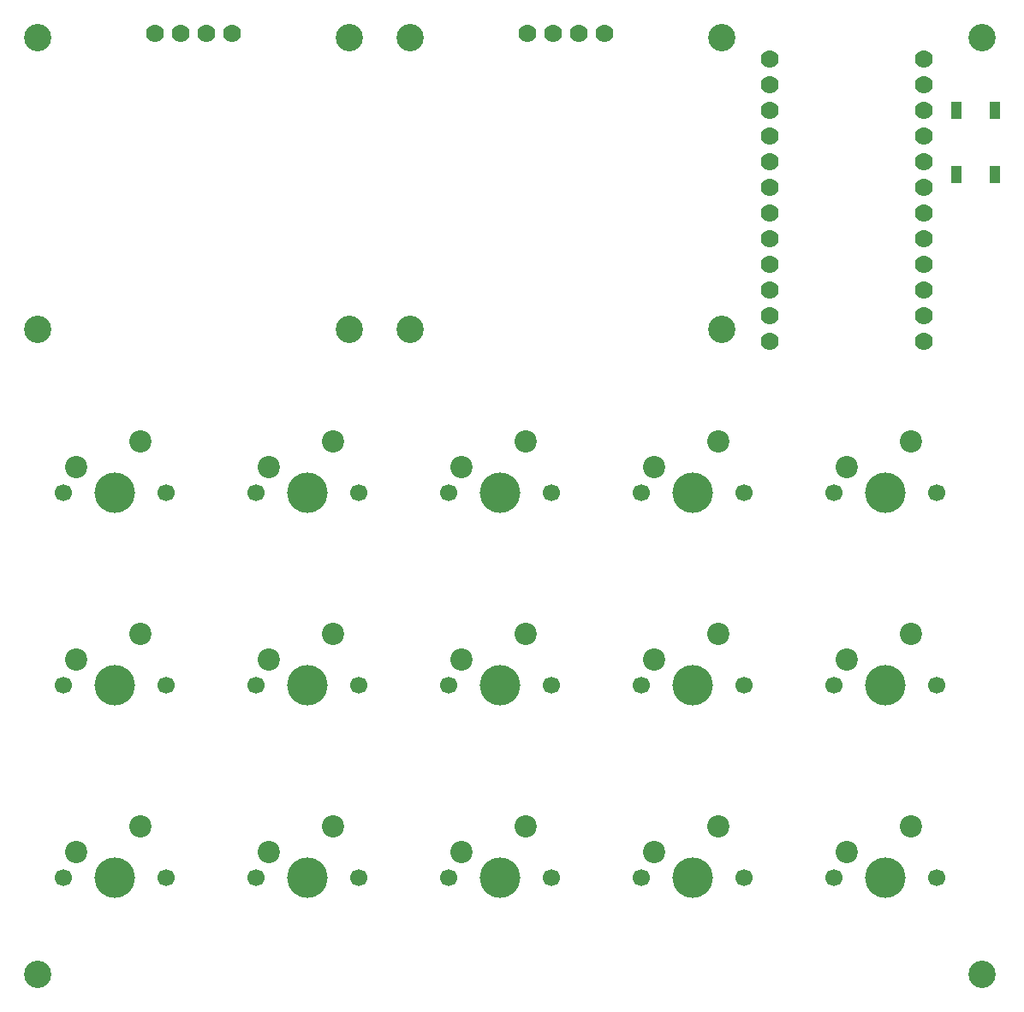
<source format=gbr>
%TF.GenerationSoftware,KiCad,Pcbnew,(6.0.10)*%
%TF.CreationDate,2023-01-16T10:49:51+01:00*%
%TF.ProjectId,FireKey,46697265-4b65-4792-9e6b-696361645f70,1.1.0*%
%TF.SameCoordinates,Original*%
%TF.FileFunction,Soldermask,Top*%
%TF.FilePolarity,Negative*%
%FSLAX46Y46*%
G04 Gerber Fmt 4.6, Leading zero omitted, Abs format (unit mm)*
G04 Created by KiCad (PCBNEW (6.0.10)) date 2023-01-16 10:49:51*
%MOMM*%
%LPD*%
G01*
G04 APERTURE LIST*
%ADD10C,2.700000*%
%ADD11C,1.778000*%
%ADD12C,1.700000*%
%ADD13C,4.000000*%
%ADD14C,2.200000*%
%ADD15R,1.000000X1.700000*%
G04 APERTURE END LIST*
D10*
%TO.C,H1*%
X248920000Y-41275000D03*
%TD*%
%TO.C,OLED2*%
X223205000Y-41275000D03*
X192405000Y-70175000D03*
X192405000Y-41275000D03*
X223205000Y-70175000D03*
D11*
X203995000Y-40875000D03*
X206535000Y-40875000D03*
X209075000Y-40875000D03*
X211615000Y-40875000D03*
%TD*%
D12*
%TO.C,KEY8*%
X215265000Y-105410000D03*
X225425000Y-105410000D03*
D13*
X220345000Y-105410000D03*
D14*
X222885000Y-100330000D03*
X216535000Y-102870000D03*
%TD*%
D13*
%TO.C,KEY9*%
X163195000Y-124460000D03*
D12*
X168275000Y-124460000D03*
X158115000Y-124460000D03*
D14*
X165735000Y-119380000D03*
X159385000Y-121920000D03*
%TD*%
D15*
%TO.C,SW1*%
X246380000Y-54814000D03*
X246380000Y-48514000D03*
X250180000Y-48514000D03*
X250180000Y-54814000D03*
%TD*%
D12*
%TO.C,KEY13*%
X244475000Y-86360000D03*
X234315000Y-86360000D03*
D13*
X239395000Y-86360000D03*
D14*
X241935000Y-81280000D03*
X235585000Y-83820000D03*
%TD*%
D10*
%TO.C,H2*%
X155575000Y-133985000D03*
%TD*%
D12*
%TO.C,KEY14*%
X234315000Y-105410000D03*
D13*
X239395000Y-105410000D03*
D12*
X244475000Y-105410000D03*
D14*
X241935000Y-100330000D03*
X235585000Y-102870000D03*
%TD*%
D13*
%TO.C,KEY10*%
X182245000Y-124460000D03*
D12*
X177165000Y-124460000D03*
X187325000Y-124460000D03*
D14*
X184785000Y-119380000D03*
X178435000Y-121920000D03*
%TD*%
D12*
%TO.C,KEY4*%
X215265000Y-86360000D03*
X225425000Y-86360000D03*
D13*
X220345000Y-86360000D03*
D14*
X222885000Y-81280000D03*
X216535000Y-83820000D03*
%TD*%
D12*
%TO.C,KEY1*%
X158115000Y-86360000D03*
X168275000Y-86360000D03*
D13*
X163195000Y-86360000D03*
D14*
X165735000Y-81280000D03*
X159385000Y-83820000D03*
%TD*%
D12*
%TO.C,KEY11*%
X206375000Y-124460000D03*
D13*
X201295000Y-124460000D03*
D12*
X196215000Y-124460000D03*
D14*
X203835000Y-119380000D03*
X197485000Y-121920000D03*
%TD*%
D12*
%TO.C,KEY12*%
X215265000Y-124460000D03*
D13*
X220345000Y-124460000D03*
D12*
X225425000Y-124460000D03*
D14*
X222885000Y-119380000D03*
X216535000Y-121920000D03*
%TD*%
D13*
%TO.C,KEY6*%
X182245000Y-105410000D03*
D12*
X177165000Y-105410000D03*
X187325000Y-105410000D03*
D14*
X184785000Y-100330000D03*
X178435000Y-102870000D03*
%TD*%
D13*
%TO.C,KEY2*%
X182245000Y-86360000D03*
D12*
X177165000Y-86360000D03*
X187325000Y-86360000D03*
D14*
X184785000Y-81280000D03*
X178435000Y-83820000D03*
%TD*%
D11*
%TO.C,U1*%
X227965000Y-45974000D03*
X227965000Y-43434000D03*
X227965000Y-53594000D03*
X227965000Y-56134000D03*
X227965000Y-58674000D03*
X227965000Y-61214000D03*
X227965000Y-63754000D03*
X227965000Y-66294000D03*
X227965000Y-68834000D03*
X227965000Y-71374000D03*
X243205000Y-71374000D03*
X243205000Y-66294000D03*
X243205000Y-63754000D03*
X243205000Y-68834000D03*
X243205000Y-61214000D03*
X243205000Y-58674000D03*
X243205000Y-56134000D03*
X243205000Y-53594000D03*
X227965000Y-48514000D03*
X227965000Y-51054000D03*
X243205000Y-43434000D03*
X243205000Y-45974000D03*
X243205000Y-48514000D03*
X243205000Y-51054000D03*
%TD*%
D10*
%TO.C,H3*%
X248920000Y-133985000D03*
%TD*%
%TO.C,OLED1*%
X155575000Y-41275000D03*
X155575000Y-70175000D03*
X186375000Y-70175000D03*
X186375000Y-41275000D03*
D11*
X167165000Y-40875000D03*
X169705000Y-40875000D03*
X172245000Y-40875000D03*
X174785000Y-40875000D03*
%TD*%
D12*
%TO.C,KEY7*%
X206375000Y-105410000D03*
X196215000Y-105410000D03*
D13*
X201295000Y-105410000D03*
D14*
X203835000Y-100330000D03*
X197485000Y-102870000D03*
%TD*%
D12*
%TO.C,KEY15*%
X234315000Y-124460000D03*
X244475000Y-124460000D03*
D13*
X239395000Y-124460000D03*
D14*
X241935000Y-119380000D03*
X235585000Y-121920000D03*
%TD*%
D12*
%TO.C,KEY3*%
X206375000Y-86360000D03*
X196215000Y-86360000D03*
D13*
X201295000Y-86360000D03*
D14*
X203835000Y-81280000D03*
X197485000Y-83820000D03*
%TD*%
D12*
%TO.C,KEY5*%
X168275000Y-105410000D03*
D13*
X163195000Y-105410000D03*
D12*
X158115000Y-105410000D03*
D14*
X165735000Y-100330000D03*
X159385000Y-102870000D03*
%TD*%
M02*

</source>
